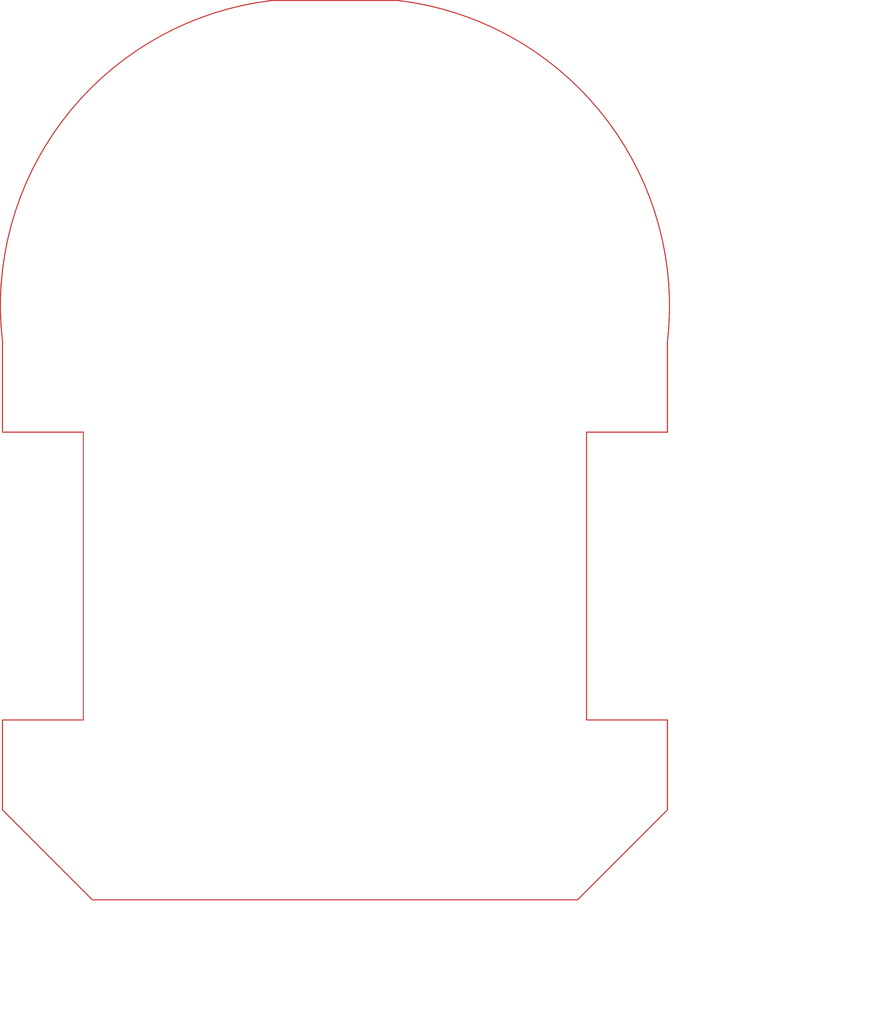
<source format=kicad_pcb>
(kicad_pcb (version 4) (host pcbnew 4.0.2-stable)

  (general
    (links 0)
    (no_connects 0)
    (area 187.395509 -195.722325 303.10867 -79.509955)
    (thickness 1.6)
    (drawings 2)
    (tracks 629)
    (zones 0)
    (modules 0)
    (nets 1)
  )

  (page A4)
  (layers
    (0 F.Cu signal)
    (31 B.Cu signal)
    (32 B.Adhes user)
    (33 F.Adhes user)
    (34 B.Paste user)
    (35 F.Paste user)
    (36 B.SilkS user)
    (37 F.SilkS user)
    (38 B.Mask user)
    (39 F.Mask user)
    (40 Dwgs.User user)
    (41 Cmts.User user)
    (42 Eco1.User user)
    (43 Eco2.User user)
    (44 Edge.Cuts user)
    (45 Margin user)
    (46 B.CrtYd user)
    (47 F.CrtYd user)
    (48 B.Fab user)
    (49 F.Fab user)
  )

  (setup
    (last_trace_width 0.25)
    (trace_clearance 0.2)
    (zone_clearance 0.508)
    (zone_45_only no)
    (trace_min 0.2)
    (segment_width 0.2)
    (edge_width 0.15)
    (via_size 0.6)
    (via_drill 0.4)
    (via_min_size 0.4)
    (via_min_drill 0.3)
    (uvia_size 0.3)
    (uvia_drill 0.1)
    (uvias_allowed no)
    (uvia_min_size 0.2)
    (uvia_min_drill 0.1)
    (pcb_text_width 0.3)
    (pcb_text_size 1.5 1.5)
    (mod_edge_width 0.15)
    (mod_text_size 1 1)
    (mod_text_width 0.15)
    (pad_size 1.524 1.524)
    (pad_drill 0.762)
    (pad_to_mask_clearance 0.2)
    (aux_axis_origin 0 0)
    (visible_elements FFFFFF7F)
    (pcbplotparams
      (layerselection 0x00030_80000001)
      (usegerberextensions false)
      (excludeedgelayer true)
      (linewidth 0.100000)
      (plotframeref false)
      (viasonmask false)
      (mode 1)
      (useauxorigin false)
      (hpglpennumber 1)
      (hpglpenspeed 20)
      (hpglpendiameter 15)
      (hpglpenoverlay 2)
      (psnegative false)
      (psa4output false)
      (plotreference true)
      (plotvalue true)
      (plotinvisibletext false)
      (padsonsilk false)
      (subtractmaskfromsilk false)
      (outputformat 1)
      (mirror false)
      (drillshape 1)
      (scaleselection 1)
      (outputdirectory ""))
  )

  (net 0 "")

  (net_class Default "Esta es la clase de red por defecto."
    (clearance 0.2)
    (trace_width 0.25)
    (via_dia 0.6)
    (via_drill 0.4)
    (uvia_dia 0.3)
    (uvia_drill 0.1)
  )

  (dimension 100 (width 0.3) (layer Dwgs.User)
    (gr_text 100.000mm (at 283.85 -145 270) (layer Dwgs.User)
      (effects (font (size 1.5 1.5) (thickness 0.3)))
    )
    (feature1 (pts (xy 227.5 -95) (xy 285.2 -95)))
    (feature2 (pts (xy 227.5 -195) (xy 285.2 -195)))
    (crossbar (pts (xy 282.5 -195) (xy 282.5 -95)))
    (arrow1a (pts (xy 282.5 -95) (xy 281.913579 -96.126504)))
    (arrow1b (pts (xy 282.5 -95) (xy 283.086421 -96.126504)))
    (arrow2a (pts (xy 282.5 -195) (xy 281.913579 -193.873496)))
    (arrow2b (pts (xy 282.5 -195) (xy 283.086421 -193.873496)))
  )
  (dimension 74.20027 (width 0.3) (layer Dwgs.User)
    (gr_text 74.200mm (at 224.9931 -80.959951 0.1544356894) (layer Dwgs.User)
      (effects (font (size 1.5 1.5) (thickness 0.3)))
    )
    (feature1 (pts (xy 262 -115.6) (xy 262.096739 -79.709956)))
    (feature2 (pts (xy 187.8 -115.4) (xy 187.896739 -79.509956)))
    (crossbar (pts (xy 187.889461 -82.209946) (xy 262.089461 -82.409946)))
    (arrow1a (pts (xy 262.089461 -82.409946) (xy 260.964542 -81.820491)))
    (arrow1b (pts (xy 262.089461 -82.409946) (xy 260.961381 -82.993328)))
    (arrow2a (pts (xy 187.889461 -82.209946) (xy 189.017541 -81.626564)))
    (arrow2b (pts (xy 187.889461 -82.209946) (xy 189.01438 -82.799401)))
  )

  (segment (start 187.8711 -105.30332) (end 197.87108 -95.30334) (width 0.09906) (layer F.Cu) (net 0))
  (segment (start 197.87108 -95.30334) (end 251.87148 -95.30334) (width 0.09906) (layer F.Cu) (net 0))
  (segment (start 251.87148 -95.30334) (end 261.87146 -105.30332) (width 0.09906) (layer F.Cu) (net 0))
  (segment (start 261.87146 -105.30332) (end 261.87146 -115.3033) (width 0.09906) (layer F.Cu) (net 0))
  (segment (start 261.87146 -115.3033) (end 252.8697 -115.3033) (width 0.09906) (layer F.Cu) (net 0))
  (segment (start 252.8697 -115.3033) (end 252.8697 -147.30476) (width 0.09906) (layer F.Cu) (net 0))
  (segment (start 252.8697 -147.30476) (end 261.87146 -147.30476) (width 0.09906) (layer F.Cu) (net 0))
  (segment (start 261.87146 -147.30476) (end 261.87146 -157.30474) (width 0.09906) (layer F.Cu) (net 0))
  (segment (start 261.87146 -157.30474) (end 261.87146 -147.30476) (width 0.09906) (layer F.Cu) (net 0))
  (segment (start 261.87146 -147.30476) (end 252.8697 -147.30476) (width 0.09906) (layer F.Cu) (net 0))
  (segment (start 252.8697 -147.30476) (end 252.8697 -115.3033) (width 0.09906) (layer F.Cu) (net 0))
  (segment (start 252.8697 -115.3033) (end 261.87146 -115.3033) (width 0.09906) (layer F.Cu) (net 0))
  (segment (start 261.87146 -115.3033) (end 261.87146 -105.30332) (width 0.09906) (layer F.Cu) (net 0))
  (segment (start 261.87146 -105.30332) (end 251.87148 -95.30334) (width 0.09906) (layer F.Cu) (net 0))
  (segment (start 251.87148 -95.30334) (end 197.87108 -95.30334) (width 0.09906) (layer F.Cu) (net 0))
  (segment (start 197.87108 -95.30334) (end 187.8711 -105.30332) (width 0.09906) (layer F.Cu) (net 0))
  (segment (start 187.8711 -105.30332) (end 187.8711 -115.3033) (width 0.09906) (layer F.Cu) (net 0))
  (segment (start 187.8711 -115.3033) (end 196.87032 -115.3033) (width 0.09906) (layer F.Cu) (net 0))
  (segment (start 196.87032 -115.3033) (end 196.87032 -147.30476) (width 0.09906) (layer F.Cu) (net 0))
  (segment (start 196.87032 -147.30476) (end 187.8711 -147.30476) (width 0.09906) (layer F.Cu) (net 0))
  (segment (start 187.8711 -147.42476) (end 187.8711 -157.42474) (width 0.09906) (layer F.Cu) (net 0))
  (segment (start 187.8711 -157.42474) (end 187.8711 -147.42476) (width 0.09906) (layer F.Cu) (net 0))
  (segment (start 187.8711 -147.30476) (end 196.87032 -147.30476) (width 0.09906) (layer F.Cu) (net 0))
  (segment (start 196.87032 -147.30476) (end 196.87032 -115.3033) (width 0.09906) (layer F.Cu) (net 0))
  (segment (start 196.87032 -115.3033) (end 187.8711 -115.3033) (width 0.09906) (layer F.Cu) (net 0))
  (segment (start 187.8711 -115.3033) (end 187.8711 -105.30332) (width 0.09906) (layer F.Cu) (net 0))
  (segment (start 187.8711 -157.42474) (end 187.72124 -159.0478) (width 0.09906) (layer F.Cu) (net 0))
  (segment (start 187.72124 -159.0478) (end 187.64504 -160.67594) (width 0.09906) (layer F.Cu) (net 0))
  (segment (start 187.64504 -160.67594) (end 187.64758 -162.30408) (width 0.09906) (layer F.Cu) (net 0))
  (segment (start 187.64758 -162.30408) (end 187.72886 -163.93222) (width 0.09906) (layer F.Cu) (net 0))
  (segment (start 187.72886 -163.81222) (end 187.88634 -165.43274) (width 0.09906) (layer F.Cu) (net 0))
  (segment (start 187.88634 -165.43274) (end 188.12256 -167.04564) (width 0.09906) (layer F.Cu) (net 0))
  (segment (start 188.12256 -167.04564) (end 188.43244 -168.64584) (width 0.09906) (layer F.Cu) (net 0))
  (segment (start 188.43244 -168.64584) (end 188.82106 -170.22826) (width 0.09906) (layer F.Cu) (net 0))
  (segment (start 188.82106 -170.22826) (end 189.28334 -171.79036) (width 0.09906) (layer F.Cu) (net 0))
  (segment (start 189.28334 -171.79036) (end 189.81928 -173.3296) (width 0.09906) (layer F.Cu) (net 0))
  (segment (start 189.81928 -173.3296) (end 190.42634 -174.8409) (width 0.09906) (layer F.Cu) (net 0))
  (segment (start 190.42634 -174.8409) (end 191.10706 -176.32172) (width 0.09906) (layer F.Cu) (net 0))
  (segment (start 191.10706 -176.32172) (end 191.85636 -177.76952) (width 0.09906) (layer F.Cu) (net 0))
  (segment (start 191.85636 -177.76952) (end 192.67424 -179.17922) (width 0.09906) (layer F.Cu) (net 0))
  (segment (start 192.67424 -179.17922) (end 193.55816 -180.54828) (width 0.09906) (layer F.Cu) (net 0))
  (segment (start 193.55816 -180.54828) (end 194.50558 -181.87162) (width 0.09906) (layer F.Cu) (net 0))
  (segment (start 194.50558 -181.87162) (end 195.51396 -183.15178) (width 0.09906) (layer F.Cu) (net 0))
  (segment (start 195.51396 -183.15178) (end 196.5833 -184.38114) (width 0.09906) (layer F.Cu) (net 0))
  (segment (start 196.5833 -184.38114) (end 197.71106 -185.55716) (width 0.09906) (layer F.Cu) (net 0))
  (segment (start 197.71106 -185.55716) (end 198.89216 -186.67984) (width 0.09906) (layer F.Cu) (net 0))
  (segment (start 198.89216 -186.67984) (end 200.12406 -187.7441) (width 0.09906) (layer F.Cu) (net 0))
  (segment (start 200.12406 -187.7441) (end 201.40676 -188.74994) (width 0.09906) (layer F.Cu) (net 0))
  (segment (start 201.40676 -188.74994) (end 202.73772 -189.69228) (width 0.09906) (layer F.Cu) (net 0))
  (segment (start 202.73772 -189.69228) (end 204.10932 -190.57112) (width 0.09906) (layer F.Cu) (net 0))
  (segment (start 204.10932 -190.57112) (end 205.52156 -191.38392) (width 0.09906) (layer F.Cu) (net 0))
  (segment (start 205.52156 -191.38392) (end 206.9719 -192.1256) (width 0.09906) (layer F.Cu) (net 0))
  (segment (start 206.9719 -192.1256) (end 208.45526 -192.80124) (width 0.09906) (layer F.Cu) (net 0))
  (segment (start 208.45526 -192.80124) (end 209.9691 -193.40322) (width 0.09906) (layer F.Cu) (net 0))
  (segment (start 209.9691 -193.40322) (end 211.50834 -193.93408) (width 0.09906) (layer F.Cu) (net 0))
  (segment (start 211.50834 -193.93408) (end 213.07298 -194.38874) (width 0.09906) (layer F.Cu) (net 0))
  (segment (start 213.07298 -194.38874) (end 214.65794 -194.76974) (width 0.09906) (layer F.Cu) (net 0))
  (segment (start 214.65794 -194.76974) (end 216.25814 -195.07708) (width 0.09906) (layer F.Cu) (net 0))
  (segment (start 216.25814 -195.07708) (end 217.87104 -195.30568) (width 0.09906) (layer F.Cu) (net 0))
  (segment (start 217.87104 -195.30314) (end 231.87152 -195.30314) (width 0.09906) (layer F.Cu) (net 0))
  (segment (start 231.87152 -195.30314) (end 217.87104 -195.30314) (width 0.09906) (layer F.Cu) (net 0))
  (segment (start 217.87104 -195.30568) (end 216.25814 -195.07708) (width 0.09906) (layer F.Cu) (net 0))
  (segment (start 216.25814 -195.07708) (end 214.65794 -194.76974) (width 0.09906) (layer F.Cu) (net 0))
  (segment (start 214.65794 -194.76974) (end 213.07298 -194.38874) (width 0.09906) (layer F.Cu) (net 0))
  (segment (start 213.07298 -194.38874) (end 211.50834 -193.93408) (width 0.09906) (layer F.Cu) (net 0))
  (segment (start 211.50834 -193.93408) (end 209.9691 -193.40322) (width 0.09906) (layer F.Cu) (net 0))
  (segment (start 209.9691 -193.40322) (end 208.45526 -192.80124) (width 0.09906) (layer F.Cu) (net 0))
  (segment (start 208.45526 -192.80124) (end 206.9719 -192.1256) (width 0.09906) (layer F.Cu) (net 0))
  (segment (start 206.9719 -192.1256) (end 205.52156 -191.38392) (width 0.09906) (layer F.Cu) (net 0))
  (segment (start 205.52156 -191.38392) (end 204.10932 -190.57112) (width 0.09906) (layer F.Cu) (net 0))
  (segment (start 204.10932 -190.57112) (end 202.73772 -189.69228) (width 0.09906) (layer F.Cu) (net 0))
  (segment (start 202.73772 -189.69228) (end 201.40676 -188.74994) (width 0.09906) (layer F.Cu) (net 0))
  (segment (start 201.40676 -188.74994) (end 200.12406 -187.7441) (width 0.09906) (layer F.Cu) (net 0))
  (segment (start 200.12406 -187.7441) (end 198.89216 -186.67984) (width 0.09906) (layer F.Cu) (net 0))
  (segment (start 198.89216 -186.67984) (end 197.71106 -185.55716) (width 0.09906) (layer F.Cu) (net 0))
  (segment (start 197.71106 -185.55716) (end 196.5833 -184.38114) (width 0.09906) (layer F.Cu) (net 0))
  (segment (start 196.5833 -184.38114) (end 195.51396 -183.15178) (width 0.09906) (layer F.Cu) (net 0))
  (segment (start 195.51396 -183.15178) (end 194.50558 -181.87162) (width 0.09906) (layer F.Cu) (net 0))
  (segment (start 194.50558 -181.87162) (end 193.55816 -180.54828) (width 0.09906) (layer F.Cu) (net 0))
  (segment (start 193.55816 -180.54828) (end 192.67424 -179.17922) (width 0.09906) (layer F.Cu) (net 0))
  (segment (start 192.67424 -179.17922) (end 191.85636 -177.76952) (width 0.09906) (layer F.Cu) (net 0))
  (segment (start 191.85636 -177.76952) (end 191.10706 -176.32172) (width 0.09906) (layer F.Cu) (net 0))
  (segment (start 191.10706 -176.32172) (end 190.42634 -174.8409) (width 0.09906) (layer F.Cu) (net 0))
  (segment (start 190.42634 -174.8409) (end 189.81928 -173.3296) (width 0.09906) (layer F.Cu) (net 0))
  (segment (start 189.81928 -173.3296) (end 189.28334 -171.79036) (width 0.09906) (layer F.Cu) (net 0))
  (segment (start 189.28334 -171.79036) (end 188.82106 -170.22826) (width 0.09906) (layer F.Cu) (net 0))
  (segment (start 188.82106 -170.22826) (end 188.43244 -168.64584) (width 0.09906) (layer F.Cu) (net 0))
  (segment (start 188.43244 -168.64584) (end 188.12256 -167.04564) (width 0.09906) (layer F.Cu) (net 0))
  (segment (start 188.12256 -167.04564) (end 187.88634 -165.43274) (width 0.09906) (layer F.Cu) (net 0))
  (segment (start 187.88634 -165.43274) (end 187.72886 -163.81222) (width 0.09906) (layer F.Cu) (net 0))
  (segment (start 187.72886 -163.93222) (end 187.64758 -162.30408) (width 0.09906) (layer F.Cu) (net 0))
  (segment (start 187.64758 -162.30408) (end 187.64504 -160.67594) (width 0.09906) (layer F.Cu) (net 0))
  (segment (start 187.64504 -160.67594) (end 187.72124 -159.0478) (width 0.09906) (layer F.Cu) (net 0))
  (segment (start 187.72124 -159.0478) (end 187.8711 -157.42474) (width 0.09906) (layer F.Cu) (net 0))
  (segment (start 231.87152 -195.30568) (end 233.48442 -195.07708) (width 0.09906) (layer F.Cu) (net 0))
  (segment (start 233.48442 -195.07708) (end 235.08462 -194.76974) (width 0.09906) (layer F.Cu) (net 0))
  (segment (start 235.08462 -194.76974) (end 236.66958 -194.38874) (width 0.09906) (layer F.Cu) (net 0))
  (segment (start 236.66958 -194.38874) (end 238.23422 -193.93408) (width 0.09906) (layer F.Cu) (net 0))
  (segment (start 238.23422 -193.93408) (end 239.77346 -193.40322) (width 0.09906) (layer F.Cu) (net 0))
  (segment (start 239.77346 -193.40322) (end 241.2873 -192.80124) (width 0.09906) (layer F.Cu) (net 0))
  (segment (start 241.2873 -192.80124) (end 242.77066 -192.1256) (width 0.09906) (layer F.Cu) (net 0))
  (segment (start 242.77066 -192.1256) (end 244.221 -191.38392) (width 0.09906) (layer F.Cu) (net 0))
  (segment (start 244.221 -191.38392) (end 245.63324 -190.57112) (width 0.09906) (layer F.Cu) (net 0))
  (segment (start 245.63324 -190.57112) (end 247.00484 -189.69228) (width 0.09906) (layer F.Cu) (net 0))
  (segment (start 247.00484 -189.69228) (end 248.3358 -188.74994) (width 0.09906) (layer F.Cu) (net 0))
  (segment (start 248.3358 -188.74994) (end 249.6185 -187.7441) (width 0.09906) (layer F.Cu) (net 0))
  (segment (start 249.6185 -187.7441) (end 250.8504 -186.67984) (width 0.09906) (layer F.Cu) (net 0))
  (segment (start 250.8504 -186.67984) (end 252.0315 -185.55716) (width 0.09906) (layer F.Cu) (net 0))
  (segment (start 252.0315 -185.55716) (end 253.15926 -184.38114) (width 0.09906) (layer F.Cu) (net 0))
  (segment (start 253.15926 -184.38114) (end 254.2286 -183.15178) (width 0.09906) (layer F.Cu) (net 0))
  (segment (start 254.2286 -183.15178) (end 255.23698 -181.87162) (width 0.09906) (layer F.Cu) (net 0))
  (segment (start 255.23698 -181.87162) (end 256.1844 -180.54828) (width 0.09906) (layer F.Cu) (net 0))
  (segment (start 256.1844 -180.54828) (end 257.06832 -179.17922) (width 0.09906) (layer F.Cu) (net 0))
  (segment (start 257.06832 -179.17922) (end 257.8862 -177.76952) (width 0.09906) (layer F.Cu) (net 0))
  (segment (start 257.8862 -177.76952) (end 258.6355 -176.32172) (width 0.09906) (layer F.Cu) (net 0))
  (segment (start 258.6355 -176.32172) (end 259.31622 -174.8409) (width 0.09906) (layer F.Cu) (net 0))
  (segment (start 259.31622 -174.8409) (end 259.92328 -173.3296) (width 0.09906) (layer F.Cu) (net 0))
  (segment (start 259.92328 -173.3296) (end 260.45922 -171.79036) (width 0.09906) (layer F.Cu) (net 0))
  (segment (start 260.45922 -171.79036) (end 260.9215 -170.22826) (width 0.09906) (layer F.Cu) (net 0))
  (segment (start 260.9215 -170.22826) (end 261.31012 -168.64584) (width 0.09906) (layer F.Cu) (net 0))
  (segment (start 261.31012 -168.64584) (end 261.62 -167.04564) (width 0.09906) (layer F.Cu) (net 0))
  (segment (start 261.62 -167.04564) (end 261.85622 -165.43274) (width 0.09906) (layer F.Cu) (net 0))
  (segment (start 261.85622 -165.43274) (end 262.0137 -163.81222) (width 0.09906) (layer F.Cu) (net 0))
  (segment (start 262.0137 -163.81222) (end 262.09498 -162.18408) (width 0.09906) (layer F.Cu) (net 0))
  (segment (start 262.09498 -162.18408) (end 262.09752 -160.55594) (width 0.09906) (layer F.Cu) (net 0))
  (segment (start 262.09752 -160.55594) (end 262.02132 -158.9278) (width 0.09906) (layer F.Cu) (net 0))
  (segment (start 262.02132 -158.9278) (end 261.87146 -157.30474) (width 0.09906) (layer F.Cu) (net 0))
  (segment (start 261.87146 -157.30474) (end 262.02132 -158.9278) (width 0.09906) (layer F.Cu) (net 0))
  (segment (start 262.02132 -158.9278) (end 262.09752 -160.55594) (width 0.09906) (layer F.Cu) (net 0))
  (segment (start 262.09752 -160.55594) (end 262.09498 -162.18408) (width 0.09906) (layer F.Cu) (net 0))
  (segment (start 262.09498 -162.18408) (end 262.0137 -163.81222) (width 0.09906) (layer F.Cu) (net 0))
  (segment (start 262.0137 -163.81222) (end 261.85622 -165.43274) (width 0.09906) (layer F.Cu) (net 0))
  (segment (start 261.85622 -165.43274) (end 261.62 -167.04564) (width 0.09906) (layer F.Cu) (net 0))
  (segment (start 261.62 -167.04564) (end 261.31012 -168.64584) (width 0.09906) (layer F.Cu) (net 0))
  (segment (start 261.31012 -168.64584) (end 260.9215 -170.22826) (width 0.09906) (layer F.Cu) (net 0))
  (segment (start 260.9215 -170.22826) (end 260.45922 -171.79036) (width 0.09906) (layer F.Cu) (net 0))
  (segment (start 260.45922 -171.79036) (end 259.92328 -173.3296) (width 0.09906) (layer F.Cu) (net 0))
  (segment (start 259.92328 -173.3296) (end 259.31622 -174.8409) (width 0.09906) (layer F.Cu) (net 0))
  (segment (start 259.31622 -174.8409) (end 258.6355 -176.32172) (width 0.09906) (layer F.Cu) (net 0))
  (segment (start 258.6355 -176.32172) (end 257.8862 -177.76952) (width 0.09906) (layer F.Cu) (net 0))
  (segment (start 257.8862 -177.76952) (end 257.06832 -179.17922) (width 0.09906) (layer F.Cu) (net 0))
  (segment (start 257.06832 -179.17922) (end 256.1844 -180.54828) (width 0.09906) (layer F.Cu) (net 0))
  (segment (start 256.1844 -180.54828) (end 255.23698 -181.87162) (width 0.09906) (layer F.Cu) (net 0))
  (segment (start 255.23698 -181.87162) (end 254.2286 -183.15178) (width 0.09906) (layer F.Cu) (net 0))
  (segment (start 254.2286 -183.15178) (end 253.15926 -184.38114) (width 0.09906) (layer F.Cu) (net 0))
  (segment (start 253.15926 -184.38114) (end 252.0315 -185.55716) (width 0.09906) (layer F.Cu) (net 0))
  (segment (start 252.0315 -185.55716) (end 250.8504 -186.67984) (width 0.09906) (layer F.Cu) (net 0))
  (segment (start 250.8504 -186.67984) (end 249.6185 -187.7441) (width 0.09906) (layer F.Cu) (net 0))
  (segment (start 249.6185 -187.7441) (end 248.3358 -188.74994) (width 0.09906) (layer F.Cu) (net 0))
  (segment (start 248.3358 -188.74994) (end 247.00484 -189.69228) (width 0.09906) (layer F.Cu) (net 0))
  (segment (start 247.00484 -189.69228) (end 245.63324 -190.57112) (width 0.09906) (layer F.Cu) (net 0))
  (segment (start 245.63324 -190.57112) (end 244.221 -191.38392) (width 0.09906) (layer F.Cu) (net 0))
  (segment (start 244.221 -191.38392) (end 242.77066 -192.1256) (width 0.09906) (layer F.Cu) (net 0))
  (segment (start 242.77066 -192.1256) (end 241.2873 -192.80124) (width 0.09906) (layer F.Cu) (net 0))
  (segment (start 241.2873 -192.80124) (end 239.77346 -193.40322) (width 0.09906) (layer F.Cu) (net 0))
  (segment (start 239.77346 -193.40322) (end 238.23422 -193.93408) (width 0.09906) (layer F.Cu) (net 0))
  (segment (start 238.23422 -193.93408) (end 236.66958 -194.38874) (width 0.09906) (layer F.Cu) (net 0))
  (segment (start 236.66958 -194.38874) (end 235.08462 -194.76974) (width 0.09906) (layer F.Cu) (net 0))
  (segment (start 235.08462 -194.76974) (end 233.48442 -195.07708) (width 0.09906) (layer F.Cu) (net 0))
  (segment (start 233.48442 -195.07708) (end 231.87152 -195.30568) (width 0.09906) (layer F.Cu) (net 0))
  (segment (start 238.57712 -140.30452) (end 238.5822 -140.4112) (width 0) (layer F.Cu) (net 0))
  (segment (start 238.5822 -140.4112) (end 238.59744 -140.51788) (width 0) (layer F.Cu) (net 0))
  (segment (start 238.59744 -140.51788) (end 238.62284 -140.62202) (width 0) (layer F.Cu) (net 0))
  (segment (start 238.62284 -140.62202) (end 238.65586 -140.72362) (width 0) (layer F.Cu) (net 0))
  (segment (start 238.65586 -140.72362) (end 238.70158 -140.82014) (width 0) (layer F.Cu) (net 0))
  (segment (start 238.70158 -140.82014) (end 238.75238 -140.91412) (width 0) (layer F.Cu) (net 0))
  (segment (start 238.75238 -140.91412) (end 238.81588 -141.00302) (width 0) (layer F.Cu) (net 0))
  (segment (start 238.81588 -141.00302) (end 238.88446 -141.0843) (width 0) (layer F.Cu) (net 0))
  (segment (start 238.88446 -141.0843) (end 238.96066 -141.15796) (width 0) (layer F.Cu) (net 0))
  (segment (start 238.96066 -141.15796) (end 239.04448 -141.22654) (width 0) (layer F.Cu) (net 0))
  (segment (start 239.04448 -141.22654) (end 239.13338 -141.28496) (width 0) (layer F.Cu) (net 0))
  (segment (start 239.13338 -141.28496) (end 239.22736 -141.33576) (width 0) (layer F.Cu) (net 0))
  (segment (start 239.22736 -141.33576) (end 239.32642 -141.3764) (width 0) (layer F.Cu) (net 0))
  (segment (start 239.32642 -141.3764) (end 239.42802 -141.40942) (width 0) (layer F.Cu) (net 0))
  (segment (start 239.42802 -141.40942) (end 239.53216 -141.43228) (width 0) (layer F.Cu) (net 0))
  (segment (start 239.53216 -141.43228) (end 239.63884 -141.44498) (width 0) (layer F.Cu) (net 0))
  (segment (start 239.63884 -141.44498) (end 239.74806 -141.44752) (width 0) (layer F.Cu) (net 0))
  (segment (start 239.74806 -141.44752) (end 239.85474 -141.4399) (width 0) (layer F.Cu) (net 0))
  (segment (start 239.85474 -141.4399) (end 239.95888 -141.42212) (width 0) (layer F.Cu) (net 0))
  (segment (start 239.95888 -141.42212) (end 240.06302 -141.39418) (width 0) (layer F.Cu) (net 0))
  (segment (start 240.06302 -141.39418) (end 240.16462 -141.35862) (width 0) (layer F.Cu) (net 0))
  (segment (start 240.16462 -141.35862) (end 240.26114 -141.3129) (width 0) (layer F.Cu) (net 0))
  (segment (start 240.26114 -141.3129) (end 240.35258 -141.25702) (width 0) (layer F.Cu) (net 0))
  (segment (start 240.35258 -141.25702) (end 240.43894 -141.19352) (width 0) (layer F.Cu) (net 0))
  (segment (start 240.43894 -141.19352) (end 240.51768 -141.1224) (width 0) (layer F.Cu) (net 0))
  (segment (start 240.51768 -141.1224) (end 240.59134 -141.04366) (width 0) (layer F.Cu) (net 0))
  (segment (start 240.59134 -141.04366) (end 240.65738 -140.95984) (width 0) (layer F.Cu) (net 0))
  (segment (start 240.65738 -140.95984) (end 240.71326 -140.8684) (width 0) (layer F.Cu) (net 0))
  (segment (start 240.71326 -140.8684) (end 240.76406 -140.77188) (width 0) (layer F.Cu) (net 0))
  (segment (start 240.76406 -140.77188) (end 240.80216 -140.67282) (width 0) (layer F.Cu) (net 0))
  (segment (start 240.80216 -140.67282) (end 240.83264 -140.57122) (width 0) (layer F.Cu) (net 0))
  (segment (start 240.83264 -140.57122) (end 240.85296 -140.46454) (width 0) (layer F.Cu) (net 0))
  (segment (start 240.85296 -140.46454) (end 240.86312 -140.35786) (width 0) (layer F.Cu) (net 0))
  (segment (start 240.86312 -140.35786) (end 240.86312 -140.25118) (width 0) (layer F.Cu) (net 0))
  (segment (start 240.86312 -140.25118) (end 240.85296 -140.1445) (width 0) (layer F.Cu) (net 0))
  (segment (start 240.85296 -140.1445) (end 240.83264 -140.03782) (width 0) (layer F.Cu) (net 0))
  (segment (start 240.83264 -140.03782) (end 240.80216 -139.93622) (width 0) (layer F.Cu) (net 0))
  (segment (start 240.80216 -139.93622) (end 240.76406 -139.83716) (width 0) (layer F.Cu) (net 0))
  (segment (start 240.76406 -139.83716) (end 240.71326 -139.74064) (width 0) (layer F.Cu) (net 0))
  (segment (start 240.71326 -139.74064) (end 240.65738 -139.6492) (width 0) (layer F.Cu) (net 0))
  (segment (start 240.65738 -139.6492) (end 240.59134 -139.56538) (width 0) (layer F.Cu) (net 0))
  (segment (start 240.59134 -139.56538) (end 240.51768 -139.48664) (width 0) (layer F.Cu) (net 0))
  (segment (start 240.51768 -139.48664) (end 240.43894 -139.41552) (width 0) (layer F.Cu) (net 0))
  (segment (start 240.43894 -139.41552) (end 240.35258 -139.35202) (width 0) (layer F.Cu) (net 0))
  (segment (start 240.35258 -139.35202) (end 240.26114 -139.29614) (width 0) (layer F.Cu) (net 0))
  (segment (start 240.26114 -139.29614) (end 240.16462 -139.25042) (width 0) (layer F.Cu) (net 0))
  (segment (start 240.16462 -139.25042) (end 240.06302 -139.21486) (width 0) (layer F.Cu) (net 0))
  (segment (start 240.06302 -139.21486) (end 239.95888 -139.18692) (width 0) (layer F.Cu) (net 0))
  (segment (start 239.95888 -139.18692) (end 239.85474 -139.16914) (width 0) (layer F.Cu) (net 0))
  (segment (start 239.85474 -139.16914) (end 239.74806 -139.16152) (width 0) (layer F.Cu) (net 0))
  (segment (start 239.74806 -139.16152) (end 239.63884 -139.16406) (width 0) (layer F.Cu) (net 0))
  (segment (start 239.63884 -139.16406) (end 239.53216 -139.17676) (width 0) (layer F.Cu) (net 0))
  (segment (start 239.53216 -139.17676) (end 239.42802 -139.19962) (width 0) (layer F.Cu) (net 0))
  (segment (start 239.42802 -139.19962) (end 239.32642 -139.23264) (width 0) (layer F.Cu) (net 0))
  (segment (start 239.32642 -139.23264) (end 239.22736 -139.27328) (width 0) (layer F.Cu) (net 0))
  (segment (start 239.22736 -139.27328) (end 239.13338 -139.32408) (width 0) (layer F.Cu) (net 0))
  (segment (start 239.13338 -139.32408) (end 239.04448 -139.3825) (width 0) (layer F.Cu) (net 0))
  (segment (start 239.04448 -139.3825) (end 238.96066 -139.45108) (width 0) (layer F.Cu) (net 0))
  (segment (start 238.96066 -139.45108) (end 238.88446 -139.52474) (width 0) (layer F.Cu) (net 0))
  (segment (start 238.88446 -139.52474) (end 238.81588 -139.60602) (width 0) (layer F.Cu) (net 0))
  (segment (start 238.81588 -139.60602) (end 238.75238 -139.69492) (width 0) (layer F.Cu) (net 0))
  (segment (start 238.75238 -139.69492) (end 238.70158 -139.7889) (width 0) (layer F.Cu) (net 0))
  (segment (start 238.70158 -139.7889) (end 238.65586 -139.88542) (width 0) (layer F.Cu) (net 0))
  (segment (start 238.65586 -139.88542) (end 238.62284 -139.98702) (width 0) (layer F.Cu) (net 0))
  (segment (start 238.62284 -139.98702) (end 238.59744 -140.09116) (width 0) (layer F.Cu) (net 0))
  (segment (start 238.59744 -140.09116) (end 238.5822 -140.19784) (width 0) (layer F.Cu) (net 0))
  (segment (start 238.5822 -140.19784) (end 238.57712 -140.30452) (width 0) (layer F.Cu) (net 0))
  (segment (start 238.57712 -140.30452) (end 238.5822 -140.4112) (width 0) (layer F.Cu) (net 0))
  (segment (start 238.5822 -140.4112) (end 238.59744 -140.51788) (width 0) (layer F.Cu) (net 0))
  (segment (start 238.59744 -140.51788) (end 238.62284 -140.62202) (width 0) (layer F.Cu) (net 0))
  (segment (start 238.62284 -140.62202) (end 238.65586 -140.72362) (width 0) (layer F.Cu) (net 0))
  (segment (start 238.65586 -140.72362) (end 238.70158 -140.82014) (width 0) (layer F.Cu) (net 0))
  (segment (start 238.70158 -140.82014) (end 238.75238 -140.91412) (width 0) (layer F.Cu) (net 0))
  (segment (start 238.75238 -140.91412) (end 238.81588 -141.00302) (width 0) (layer F.Cu) (net 0))
  (segment (start 238.81588 -141.00302) (end 238.88446 -141.0843) (width 0) (layer F.Cu) (net 0))
  (segment (start 238.88446 -141.0843) (end 238.96066 -141.15796) (width 0) (layer F.Cu) (net 0))
  (segment (start 238.96066 -141.15796) (end 239.04448 -141.22654) (width 0) (layer F.Cu) (net 0))
  (segment (start 239.04448 -141.22654) (end 239.13338 -141.28496) (width 0) (layer F.Cu) (net 0))
  (segment (start 239.13338 -141.28496) (end 239.22736 -141.33576) (width 0) (layer F.Cu) (net 0))
  (segment (start 239.22736 -141.33576) (end 239.32642 -141.3764) (width 0) (layer F.Cu) (net 0))
  (segment (start 239.32642 -141.3764) (end 239.42802 -141.40942) (width 0) (layer F.Cu) (net 0))
  (segment (start 239.42802 -141.40942) (end 239.53216 -141.43228) (width 0) (layer F.Cu) (net 0))
  (segment (start 239.53216 -141.43228) (end 239.63884 -141.44498) (width 0) (layer F.Cu) (net 0))
  (segment (start 239.63884 -141.44498) (end 239.74806 -141.44752) (width 0) (layer F.Cu) (net 0))
  (segment (start 239.74806 -141.44752) (end 239.85474 -141.4399) (width 0) (layer F.Cu) (net 0))
  (segment (start 239.85474 -141.4399) (end 239.95888 -141.42212) (width 0) (layer F.Cu) (net 0))
  (segment (start 239.95888 -141.42212) (end 240.06302 -141.39418) (width 0) (layer F.Cu) (net 0))
  (segment (start 240.06302 -141.39418) (end 240.16462 -141.35862) (width 0) (layer F.Cu) (net 0))
  (segment (start 240.16462 -141.35862) (end 240.26114 -141.3129) (width 0) (layer F.Cu) (net 0))
  (segment (start 240.26114 -141.3129) (end 240.35258 -141.25702) (width 0) (layer F.Cu) (net 0))
  (segment (start 240.35258 -141.25702) (end 240.43894 -141.19352) (width 0) (layer F.Cu) (net 0))
  (segment (start 240.43894 -141.19352) (end 240.51768 -141.1224) (width 0) (layer F.Cu) (net 0))
  (segment (start 240.51768 -141.1224) (end 240.59134 -141.04366) (width 0) (layer F.Cu) (net 0))
  (segment (start 240.59134 -141.04366) (end 240.65738 -140.95984) (width 0) (layer F.Cu) (net 0))
  (segment (start 240.65738 -140.95984) (end 240.71326 -140.8684) (width 0) (layer F.Cu) (net 0))
  (segment (start 240.71326 -140.8684) (end 240.76406 -140.77188) (width 0) (layer F.Cu) (net 0))
  (segment (start 240.76406 -140.77188) (end 240.80216 -140.67282) (width 0) (layer F.Cu) (net 0))
  (segment (start 240.80216 -140.67282) (end 240.83264 -140.57122) (width 0) (layer F.Cu) (net 0))
  (segment (start 240.83264 -140.57122) (end 240.85296 -140.46454) (width 0) (layer F.Cu) (net 0))
  (segment (start 240.85296 -140.46454) (end 240.86312 -140.35786) (width 0) (layer F.Cu) (net 0))
  (segment (start 240.86312 -140.35786) (end 240.86312 -140.25118) (width 0) (layer F.Cu) (net 0))
  (segment (start 240.86312 -140.25118) (end 240.85296 -140.1445) (width 0) (layer F.Cu) (net 0))
  (segment (start 240.85296 -140.1445) (end 240.83264 -140.03782) (width 0) (layer F.Cu) (net 0))
  (segment (start 240.83264 -140.03782) (end 240.80216 -139.93622) (width 0) (layer F.Cu) (net 0))
  (segment (start 240.80216 -139.93622) (end 240.76406 -139.83716) (width 0) (layer F.Cu) (net 0))
  (segment (start 240.76406 -139.83716) (end 240.71326 -139.74064) (width 0) (layer F.Cu) (net 0))
  (segment (start 240.71326 -139.74064) (end 240.65738 -139.6492) (width 0) (layer F.Cu) (net 0))
  (segment (start 240.65738 -139.6492) (end 240.59134 -139.56538) (width 0) (layer F.Cu) (net 0))
  (segment (start 240.59134 -139.56538) (end 240.51768 -139.48664) (width 0) (layer F.Cu) (net 0))
  (segment (start 240.51768 -139.48664) (end 240.43894 -139.41552) (width 0) (layer F.Cu) (net 0))
  (segment (start 240.43894 -139.41552) (end 240.35258 -139.35202) (width 0) (layer F.Cu) (net 0))
  (segment (start 240.35258 -139.35202) (end 240.26114 -139.29614) (width 0) (layer F.Cu) (net 0))
  (segment (start 240.26114 -139.29614) (end 240.16462 -139.25042) (width 0) (layer F.Cu) (net 0))
  (segment (start 240.16462 -139.25042) (end 240.06302 -139.21486) (width 0) (layer F.Cu) (net 0))
  (segment (start 240.06302 -139.21486) (end 239.95888 -139.18692) (width 0) (layer F.Cu) (net 0))
  (segment (start 239.95888 -139.18692) (end 239.85474 -139.16914) (width 0) (layer F.Cu) (net 0))
  (segment (start 239.85474 -139.16914) (end 239.74806 -139.16152) (width 0) (layer F.Cu) (net 0))
  (segment (start 239.74806 -139.16152) (end 239.63884 -139.16406) (width 0) (layer F.Cu) (net 0))
  (segment (start 239.63884 -139.16406) (end 239.53216 -139.17676) (width 0) (layer F.Cu) (net 0))
  (segment (start 239.53216 -139.17676) (end 239.42802 -139.19962) (width 0) (layer F.Cu) (net 0))
  (segment (start 239.42802 -139.19962) (end 239.32642 -139.23264) (width 0) (layer F.Cu) (net 0))
  (segment (start 239.32642 -139.23264) (end 239.22736 -139.27328) (width 0) (layer F.Cu) (net 0))
  (segment (start 239.22736 -139.27328) (end 239.13338 -139.32408) (width 0) (layer F.Cu) (net 0))
  (segment (start 239.13338 -139.32408) (end 239.04448 -139.3825) (width 0) (layer F.Cu) (net 0))
  (segment (start 239.04448 -139.3825) (end 238.96066 -139.45108) (width 0) (layer F.Cu) (net 0))
  (segment (start 238.96066 -139.45108) (end 238.88446 -139.52474) (width 0) (layer F.Cu) (net 0))
  (segment (start 238.88446 -139.52474) (end 238.81588 -139.60602) (width 0) (layer F.Cu) (net 0))
  (segment (start 238.81588 -139.60602) (end 238.75238 -139.69492) (width 0) (layer F.Cu) (net 0))
  (segment (start 238.75238 -139.69492) (end 238.70158 -139.7889) (width 0) (layer F.Cu) (net 0))
  (segment (start 238.70158 -139.7889) (end 238.65586 -139.88542) (width 0) (layer F.Cu) (net 0))
  (segment (start 238.65586 -139.88542) (end 238.62284 -139.98702) (width 0) (layer F.Cu) (net 0))
  (segment (start 238.62284 -139.98702) (end 238.59744 -140.09116) (width 0) (layer F.Cu) (net 0))
  (segment (start 238.59744 -140.09116) (end 238.5822 -140.19784) (width 0) (layer F.Cu) (net 0))
  (segment (start 238.5822 -140.19784) (end 238.57712 -140.30452) (width 0) (layer F.Cu) (net 0))
  (segment (start 238.57712 -122.30354) (end 238.5822 -122.41022) (width 0) (layer F.Cu) (net 0))
  (segment (start 238.5822 -122.41022) (end 238.59744 -122.5169) (width 0) (layer F.Cu) (net 0))
  (segment (start 238.59744 -122.5169) (end 238.62284 -122.62104) (width 0) (layer F.Cu) (net 0))
  (segment (start 238.62284 -122.62104) (end 238.65586 -122.72264) (width 0) (layer F.Cu) (net 0))
  (segment (start 238.65586 -122.72264) (end 238.70158 -122.81916) (width 0) (layer F.Cu) (net 0))
  (segment (start 238.70158 -122.81916) (end 238.75238 -122.91314) (width 0) (layer F.Cu) (net 0))
  (segment (start 238.75238 -122.91314) (end 238.81588 -123.00204) (width 0) (layer F.Cu) (net 0))
  (segment (start 238.81588 -123.00204) (end 238.88446 -123.08332) (width 0) (layer F.Cu) (net 0))
  (segment (start 238.88446 -123.08332) (end 238.96066 -123.15698) (width 0) (layer F.Cu) (net 0))
  (segment (start 238.96066 -123.15698) (end 239.04448 -123.22556) (width 0) (layer F.Cu) (net 0))
  (segment (start 239.04448 -123.22556) (end 239.13338 -123.28398) (width 0) (layer F.Cu) (net 0))
  (segment (start 239.13338 -123.28398) (end 239.22736 -123.33478) (width 0) (layer F.Cu) (net 0))
  (segment (start 239.22736 -123.33478) (end 239.32642 -123.37542) (width 0) (layer F.Cu) (net 0))
  (segment (start 239.32642 -123.37542) (end 239.42802 -123.40844) (width 0) (layer F.Cu) (net 0))
  (segment (start 239.42802 -123.40844) (end 239.53216 -123.4313) (width 0) (layer F.Cu) (net 0))
  (segment (start 239.53216 -123.4313) (end 239.63884 -123.444) (width 0) (layer F.Cu) (net 0))
  (segment (start 239.63884 -123.444) (end 239.74806 -123.44654) (width 0) (layer F.Cu) (net 0))
  (segment (start 239.74806 -123.44654) (end 239.85474 -123.43892) (width 0) (layer F.Cu) (net 0))
  (segment (start 239.85474 -123.43892) (end 239.95888 -123.42114) (width 0) (layer F.Cu) (net 0))
  (segment (start 239.95888 -123.42114) (end 240.06302 -123.3932) (width 0) (layer F.Cu) (net 0))
  (segment (start 240.06302 -123.3932) (end 240.16462 -123.35764) (width 0) (layer F.Cu) (net 0))
  (segment (start 240.16462 -123.35764) (end 240.26114 -123.31192) (width 0) (layer F.Cu) (net 0))
  (segment (start 240.26114 -123.31192) (end 240.35258 -123.25604) (width 0) (layer F.Cu) (net 0))
  (segment (start 240.35258 -123.25604) (end 240.43894 -123.19254) (width 0) (layer F.Cu) (net 0))
  (segment (start 240.43894 -123.19254) (end 240.51768 -123.12142) (width 0) (layer F.Cu) (net 0))
  (segment (start 240.51768 -123.12142) (end 240.59134 -123.04268) (width 0) (layer F.Cu) (net 0))
  (segment (start 240.59134 -123.04268) (end 240.65738 -122.95886) (width 0) (layer F.Cu) (net 0))
  (segment (start 240.65738 -122.95886) (end 240.71326 -122.86742) (width 0) (layer F.Cu) (net 0))
  (segment (start 240.71326 -122.86742) (end 240.76406 -122.7709) (width 0) (layer F.Cu) (net 0))
  (segment (start 240.76406 -122.7709) (end 240.80216 -122.67184) (width 0) (layer F.Cu) (net 0))
  (segment (start 240.80216 -122.67184) (end 240.83264 -122.57024) (width 0) (layer F.Cu) (net 0))
  (segment (start 240.83264 -122.57024) (end 240.85296 -122.46356) (width 0) (layer F.Cu) (net 0))
  (segment (start 240.85296 -122.46356) (end 240.86312 -122.35688) (width 0) (layer F.Cu) (net 0))
  (segment (start 240.86312 -122.35688) (end 240.86312 -122.2502) (width 0) (layer F.Cu) (net 0))
  (segment (start 240.86312 -122.2502) (end 240.85296 -122.14352) (width 0) (layer F.Cu) (net 0))
  (segment (start 240.85296 -122.14352) (end 240.83264 -122.03684) (width 0) (layer F.Cu) (net 0))
  (segment (start 240.83264 -122.03684) (end 240.80216 -121.93524) (width 0) (layer F.Cu) (net 0))
  (segment (start 240.80216 -121.93524) (end 240.76406 -121.83618) (width 0) (layer F.Cu) (net 0))
  (segment (start 240.76406 -121.83618) (end 240.71326 -121.73966) (width 0) (layer F.Cu) (net 0))
  (segment (start 240.71326 -121.73966) (end 240.65738 -121.64822) (width 0) (layer F.Cu) (net 0))
  (segment (start 240.65738 -121.64822) (end 240.59134 -121.5644) (width 0) (layer F.Cu) (net 0))
  (segment (start 240.59134 -121.5644) (end 240.51768 -121.48566) (width 0) (layer F.Cu) (net 0))
  (segment (start 240.51768 -121.48566) (end 240.43894 -121.41454) (width 0) (layer F.Cu) (net 0))
  (segment (start 240.43894 -121.41454) (end 240.35258 -121.35104) (width 0) (layer F.Cu) (net 0))
  (segment (start 240.35258 -121.35104) (end 240.26114 -121.29516) (width 0) (layer F.Cu) (net 0))
  (segment (start 240.26114 -121.29516) (end 240.16462 -121.24944) (width 0) (layer F.Cu) (net 0))
  (segment (start 240.16462 -121.24944) (end 240.06302 -121.21388) (width 0) (layer F.Cu) (net 0))
  (segment (start 240.06302 -121.21388) (end 239.95888 -121.18594) (width 0) (layer F.Cu) (net 0))
  (segment (start 239.95888 -121.18594) (end 239.85474 -121.16816) (width 0) (layer F.Cu) (net 0))
  (segment (start 239.85474 -121.16816) (end 239.74806 -121.16054) (width 0) (layer F.Cu) (net 0))
  (segment (start 239.74806 -121.16054) (end 239.63884 -121.16308) (width 0) (layer F.Cu) (net 0))
  (segment (start 239.63884 -121.16308) (end 239.53216 -121.17578) (width 0) (layer F.Cu) (net 0))
  (segment (start 239.53216 -121.17578) (end 239.42802 -121.19864) (width 0) (layer F.Cu) (net 0))
  (segment (start 239.42802 -121.19864) (end 239.32642 -121.23166) (width 0) (layer F.Cu) (net 0))
  (segment (start 239.32642 -121.23166) (end 239.22736 -121.2723) (width 0) (layer F.Cu) (net 0))
  (segment (start 239.22736 -121.2723) (end 239.13338 -121.3231) (width 0) (layer F.Cu) (net 0))
  (segment (start 239.13338 -121.3231) (end 239.04448 -121.38152) (width 0) (layer F.Cu) (net 0))
  (segment (start 239.04448 -121.38152) (end 238.96066 -121.4501) (width 0) (layer F.Cu) (net 0))
  (segment (start 238.96066 -121.4501) (end 238.88446 -121.52376) (width 0) (layer F.Cu) (net 0))
  (segment (start 238.88446 -121.52376) (end 238.81588 -121.60504) (width 0) (layer F.Cu) (net 0))
  (segment (start 238.81588 -121.60504) (end 238.75238 -121.69394) (width 0) (layer F.Cu) (net 0))
  (segment (start 238.75238 -121.69394) (end 238.70158 -121.78792) (width 0) (layer F.Cu) (net 0))
  (segment (start 238.70158 -121.78792) (end 238.65586 -121.88444) (width 0) (layer F.Cu) (net 0))
  (segment (start 238.65586 -121.88444) (end 238.62284 -121.98604) (width 0) (layer F.Cu) (net 0))
  (segment (start 238.62284 -121.98604) (end 238.59744 -122.09018) (width 0) (layer F.Cu) (net 0))
  (segment (start 238.59744 -122.09018) (end 238.5822 -122.19686) (width 0) (layer F.Cu) (net 0))
  (segment (start 238.5822 -122.19686) (end 238.57712 -122.30354) (width 0) (layer F.Cu) (net 0))
  (segment (start 208.8769 -122.30354) (end 208.88198 -122.41022) (width 0) (layer F.Cu) (net 0))
  (segment (start 208.88198 -122.41022) (end 208.89722 -122.5169) (width 0) (layer F.Cu) (net 0))
  (segment (start 208.89722 -122.5169) (end 208.92262 -122.62104) (width 0) (layer F.Cu) (net 0))
  (segment (start 208.92262 -122.62104) (end 208.95564 -122.72264) (width 0) (layer F.Cu) (net 0))
  (segment (start 208.95564 -122.72264) (end 209.00136 -122.81916) (width 0) (layer F.Cu) (net 0))
  (segment (start 209.00136 -122.81916) (end 209.05216 -122.91314) (width 0) (layer F.Cu) (net 0))
  (segment (start 209.05216 -122.91314) (end 209.11566 -123.00204) (width 0) (layer F.Cu) (net 0))
  (segment (start 209.11566 -123.00204) (end 209.18424 -123.08332) (width 0) (layer F.Cu) (net 0))
  (segment (start 209.18424 -123.08332) (end 209.26044 -123.15698) (width 0) (layer F.Cu) (net 0))
  (segment (start 209.26044 -123.15698) (end 209.34426 -123.22556) (width 0) (layer F.Cu) (net 0))
  (segment (start 209.34426 -123.22556) (end 209.43316 -123.28398) (width 0) (layer F.Cu) (net 0))
  (segment (start 209.43316 -123.28398) (end 209.52714 -123.33478) (width 0) (layer F.Cu) (net 0))
  (segment (start 209.52714 -123.33478) (end 209.6262 -123.37542) (width 0) (layer F.Cu) (net 0))
  (segment (start 209.6262 -123.37542) (end 209.7278 -123.40844) (width 0) (layer F.Cu) (net 0))
  (segment (start 209.7278 -123.40844) (end 209.83194 -123.4313) (width 0) (layer F.Cu) (net 0))
  (segment (start 209.83194 -123.4313) (end 209.93862 -123.444) (width 0) (layer F.Cu) (net 0))
  (segment (start 209.93862 -123.444) (end 210.04784 -123.44654) (width 0) (layer F.Cu) (net 0))
  (segment (start 210.04784 -123.44654) (end 210.15452 -123.43892) (width 0) (layer F.Cu) (net 0))
  (segment (start 210.15452 -123.43892) (end 210.25866 -123.42114) (width 0) (layer F.Cu) (net 0))
  (segment (start 210.25866 -123.42114) (end 210.3628 -123.3932) (width 0) (layer F.Cu) (net 0))
  (segment (start 210.3628 -123.3932) (end 210.4644 -123.35764) (width 0) (layer F.Cu) (net 0))
  (segment (start 210.4644 -123.35764) (end 210.56092 -123.31192) (width 0) (layer F.Cu) (net 0))
  (segment (start 210.56092 -123.31192) (end 210.65236 -123.25604) (width 0) (layer F.Cu) (net 0))
  (segment (start 210.65236 -123.25604) (end 210.73872 -123.19254) (width 0) (layer F.Cu) (net 0))
  (segment (start 210.73872 -123.19254) (end 210.81746 -123.12142) (width 0) (layer F.Cu) (net 0))
  (segment (start 210.81746 -123.12142) (end 210.89112 -123.04268) (width 0) (layer F.Cu) (net 0))
  (segment (start 210.89112 -123.04268) (end 210.95716 -122.95886) (width 0) (layer F.Cu) (net 0))
  (segment (start 210.95716 -122.95886) (end 211.01304 -122.86742) (width 0) (layer F.Cu) (net 0))
  (segment (start 211.01304 -122.86742) (end 211.06384 -122.7709) (width 0) (layer F.Cu) (net 0))
  (segment (start 211.06384 -122.7709) (end 211.10194 -122.67184) (width 0) (layer F.Cu) (net 0))
  (segment (start 211.10194 -122.67184) (end 211.13242 -122.57024) (width 0) (layer F.Cu) (net 0))
  (segment (start 211.13242 -122.57024) (end 211.15274 -122.46356) (width 0) (layer F.Cu) (net 0))
  (segment (start 211.15274 -122.46356) (end 211.1629 -122.35688) (width 0) (layer F.Cu) (net 0))
  (segment (start 211.1629 -122.35688) (end 211.1629 -122.2502) (width 0) (layer F.Cu) (net 0))
  (segment (start 211.1629 -122.2502) (end 211.15274 -122.14352) (width 0) (layer F.Cu) (net 0))
  (segment (start 211.15274 -122.14352) (end 211.13242 -122.03684) (width 0) (layer F.Cu) (net 0))
  (segment (start 211.13242 -122.03684) (end 211.10194 -121.93524) (width 0) (layer F.Cu) (net 0))
  (segment (start 211.10194 -121.93524) (end 211.06384 -121.83618) (width 0) (layer F.Cu) (net 0))
  (segment (start 211.06384 -121.83618) (end 211.01304 -121.73966) (width 0) (layer F.Cu) (net 0))
  (segment (start 211.01304 -121.73966) (end 210.95716 -121.64822) (width 0) (layer F.Cu) (net 0))
  (segment (start 210.95716 -121.64822) (end 210.89112 -121.5644) (width 0) (layer F.Cu) (net 0))
  (segment (start 210.89112 -121.5644) (end 210.81746 -121.48566) (width 0) (layer F.Cu) (net 0))
  (segment (start 210.81746 -121.48566) (end 210.73872 -121.41454) (width 0) (layer F.Cu) (net 0))
  (segment (start 210.73872 -121.41454) (end 210.65236 -121.35104) (width 0) (layer F.Cu) (net 0))
  (segment (start 210.65236 -121.35104) (end 210.56092 -121.29516) (width 0) (layer F.Cu) (net 0))
  (segment (start 210.56092 -121.29516) (end 210.4644 -121.24944) (width 0) (layer F.Cu) (net 0))
  (segment (start 210.4644 -121.24944) (end 210.3628 -121.21388) (width 0) (layer F.Cu) (net 0))
  (segment (start 210.3628 -121.21388) (end 210.25866 -121.18594) (width 0) (layer F.Cu) (net 0))
  (segment (start 210.25866 -121.18594) (end 210.15452 -121.16816) (width 0) (layer F.Cu) (net 0))
  (segment (start 210.15452 -121.16816) (end 210.04784 -121.16054) (width 0) (layer F.Cu) (net 0))
  (segment (start 210.04784 -121.16054) (end 209.93862 -121.16308) (width 0) (layer F.Cu) (net 0))
  (segment (start 209.93862 -121.16308) (end 209.83194 -121.17578) (width 0) (layer F.Cu) (net 0))
  (segment (start 209.83194 -121.17578) (end 209.7278 -121.19864) (width 0) (layer F.Cu) (net 0))
  (segment (start 209.7278 -121.19864) (end 209.6262 -121.23166) (width 0) (layer F.Cu) (net 0))
  (segment (start 209.6262 -121.23166) (end 209.52714 -121.2723) (width 0) (layer F.Cu) (net 0))
  (segment (start 209.52714 -121.2723) (end 209.43316 -121.3231) (width 0) (layer F.Cu) (net 0))
  (segment (start 209.43316 -121.3231) (end 209.34426 -121.38152) (width 0) (layer F.Cu) (net 0))
  (segment (start 209.34426 -121.38152) (end 209.26044 -121.4501) (width 0) (layer F.Cu) (net 0))
  (segment (start 209.26044 -121.4501) (end 209.18424 -121.52376) (width 0) (layer F.Cu) (net 0))
  (segment (start 209.18424 -121.52376) (end 209.11566 -121.60504) (width 0) (layer F.Cu) (net 0))
  (segment (start 209.11566 -121.60504) (end 209.05216 -121.69394) (width 0) (layer F.Cu) (net 0))
  (segment (start 209.05216 -121.69394) (end 209.00136 -121.78792) (width 0) (layer F.Cu) (net 0))
  (segment (start 209.00136 -121.78792) (end 208.95564 -121.88444) (width 0) (layer F.Cu) (net 0))
  (segment (start 208.95564 -121.88444) (end 208.92262 -121.98604) (width 0) (layer F.Cu) (net 0))
  (segment (start 208.92262 -121.98604) (end 208.89722 -122.09018) (width 0) (layer F.Cu) (net 0))
  (segment (start 208.89722 -122.09018) (end 208.88198 -122.19686) (width 0) (layer F.Cu) (net 0))
  (segment (start 208.88198 -122.19686) (end 208.8769 -122.30354) (width 0) (layer F.Cu) (net 0))
  (segment (start 208.8769 -122.30354) (end 208.88198 -122.41022) (width 0) (layer F.Cu) (net 0))
  (segment (start 208.88198 -122.41022) (end 208.89722 -122.5169) (width 0) (layer F.Cu) (net 0))
  (segment (start 208.89722 -122.5169) (end 208.92262 -122.62104) (width 0) (layer F.Cu) (net 0))
  (segment (start 208.92262 -122.62104) (end 208.95564 -122.72264) (width 0) (layer F.Cu) (net 0))
  (segment (start 208.95564 -122.72264) (end 209.00136 -122.81916) (width 0) (layer F.Cu) (net 0))
  (segment (start 209.00136 -122.81916) (end 209.05216 -122.91314) (width 0) (layer F.Cu) (net 0))
  (segment (start 209.05216 -122.91314) (end 209.11566 -123.00204) (width 0) (layer F.Cu) (net 0))
  (segment (start 209.11566 -123.00204) (end 209.18424 -123.08332) (width 0) (layer F.Cu) (net 0))
  (segment (start 209.18424 -123.08332) (end 209.26044 -123.15698) (width 0) (layer F.Cu) (net 0))
  (segment (start 209.26044 -123.15698) (end 209.34426 -123.22556) (width 0) (layer F.Cu) (net 0))
  (segment (start 209.34426 -123.22556) (end 209.43316 -123.28398) (width 0) (layer F.Cu) (net 0))
  (segment (start 209.43316 -123.28398) (end 209.52714 -123.33478) (width 0) (layer F.Cu) (net 0))
  (segment (start 209.52714 -123.33478) (end 209.6262 -123.37542) (width 0) (layer F.Cu) (net 0))
  (segment (start 209.6262 -123.37542) (end 209.7278 -123.40844) (width 0) (layer F.Cu) (net 0))
  (segment (start 209.7278 -123.40844) (end 209.83194 -123.4313) (width 0) (layer F.Cu) (net 0))
  (segment (start 209.83194 -123.4313) (end 209.93862 -123.444) (width 0) (layer F.Cu) (net 0))
  (segment (start 209.93862 -123.444) (end 210.04784 -123.44654) (width 0) (layer F.Cu) (net 0))
  (segment (start 210.04784 -123.44654) (end 210.15452 -123.43892) (width 0) (layer F.Cu) (net 0))
  (segment (start 210.15452 -123.43892) (end 210.25866 -123.42114) (width 0) (layer F.Cu) (net 0))
  (segment (start 210.25866 -123.42114) (end 210.3628 -123.3932) (width 0) (layer F.Cu) (net 0))
  (segment (start 210.3628 -123.3932) (end 210.4644 -123.35764) (width 0) (layer F.Cu) (net 0))
  (segment (start 210.4644 -123.35764) (end 210.56092 -123.31192) (width 0) (layer F.Cu) (net 0))
  (segment (start 210.56092 -123.31192) (end 210.65236 -123.25604) (width 0) (layer F.Cu) (net 0))
  (segment (start 210.65236 -123.25604) (end 210.73872 -123.19254) (width 0) (layer F.Cu) (net 0))
  (segment (start 210.73872 -123.19254) (end 210.81746 -123.12142) (width 0) (layer F.Cu) (net 0))
  (segment (start 210.81746 -123.12142) (end 210.89112 -123.04268) (width 0) (layer F.Cu) (net 0))
  (segment (start 210.89112 -123.04268) (end 210.95716 -122.95886) (width 0) (layer F.Cu) (net 0))
  (segment (start 210.95716 -122.95886) (end 211.01304 -122.86742) (width 0) (layer F.Cu) (net 0))
  (segment (start 211.01304 -122.86742) (end 211.06384 -122.7709) (width 0) (layer F.Cu) (net 0))
  (segment (start 211.06384 -122.7709) (end 211.10194 -122.67184) (width 0) (layer F.Cu) (net 0))
  (segment (start 211.10194 -122.67184) (end 211.13242 -122.57024) (width 0) (layer F.Cu) (net 0))
  (segment (start 211.13242 -122.57024) (end 211.15274 -122.46356) (width 0) (layer F.Cu) (net 0))
  (segment (start 211.15274 -122.46356) (end 211.1629 -122.35688) (width 0) (layer F.Cu) (net 0))
  (segment (start 211.1629 -122.35688) (end 211.1629 -122.2502) (width 0) (layer F.Cu) (net 0))
  (segment (start 211.1629 -122.2502) (end 211.15274 -122.14352) (width 0) (layer F.Cu) (net 0))
  (segment (start 211.15274 -122.14352) (end 211.13242 -122.03684) (width 0) (layer F.Cu) (net 0))
  (segment (start 211.13242 -122.03684) (end 211.10194 -121.93524) (width 0) (layer F.Cu) (net 0))
  (segment (start 211.10194 -121.93524) (end 211.06384 -121.83618) (width 0) (layer F.Cu) (net 0))
  (segment (start 211.06384 -121.83618) (end 211.01304 -121.73966) (width 0) (layer F.Cu) (net 0))
  (segment (start 211.01304 -121.73966) (end 210.95716 -121.64822) (width 0) (layer F.Cu) (net 0))
  (segment (start 210.95716 -121.64822) (end 210.89112 -121.5644) (width 0) (layer F.Cu) (net 0))
  (segment (start 210.89112 -121.5644) (end 210.81746 -121.48566) (width 0) (layer F.Cu) (net 0))
  (segment (start 210.81746 -121.48566) (end 210.73872 -121.41454) (width 0) (layer F.Cu) (net 0))
  (segment (start 210.73872 -121.41454) (end 210.65236 -121.35104) (width 0) (layer F.Cu) (net 0))
  (segment (start 210.65236 -121.35104) (end 210.56092 -121.29516) (width 0) (layer F.Cu) (net 0))
  (segment (start 210.56092 -121.29516) (end 210.4644 -121.24944) (width 0) (layer F.Cu) (net 0))
  (segment (start 210.4644 -121.24944) (end 210.3628 -121.21388) (width 0) (layer F.Cu) (net 0))
  (segment (start 210.3628 -121.21388) (end 210.25866 -121.18594) (width 0) (layer F.Cu) (net 0))
  (segment (start 210.25866 -121.18594) (end 210.15452 -121.16816) (width 0) (layer F.Cu) (net 0))
  (segment (start 210.15452 -121.16816) (end 210.04784 -121.16054) (width 0) (layer F.Cu) (net 0))
  (segment (start 210.04784 -121.16054) (end 209.93862 -121.16308) (width 0) (layer F.Cu) (net 0))
  (segment (start 209.93862 -121.16308) (end 209.83194 -121.17578) (width 0) (layer F.Cu) (net 0))
  (segment (start 209.83194 -121.17578) (end 209.7278 -121.19864) (width 0) (layer F.Cu) (net 0))
  (segment (start 209.7278 -121.19864) (end 209.6262 -121.23166) (width 0) (layer F.Cu) (net 0))
  (segment (start 209.6262 -121.23166) (end 209.52714 -121.2723) (width 0) (layer F.Cu) (net 0))
  (segment (start 209.52714 -121.2723) (end 209.43316 -121.3231) (width 0) (layer F.Cu) (net 0))
  (segment (start 209.43316 -121.3231) (end 209.34426 -121.38152) (width 0) (layer F.Cu) (net 0))
  (segment (start 209.34426 -121.38152) (end 209.26044 -121.4501) (width 0) (layer F.Cu) (net 0))
  (segment (start 209.26044 -121.4501) (end 209.18424 -121.52376) (width 0) (layer F.Cu) (net 0))
  (segment (start 209.18424 -121.52376) (end 209.11566 -121.60504) (width 0) (layer F.Cu) (net 0))
  (segment (start 209.11566 -121.60504) (end 209.05216 -121.69394) (width 0) (layer F.Cu) (net 0))
  (segment (start 209.05216 -121.69394) (end 209.00136 -121.78792) (width 0) (layer F.Cu) (net 0))
  (segment (start 209.00136 -121.78792) (end 208.95564 -121.88444) (width 0) (layer F.Cu) (net 0))
  (segment (start 208.95564 -121.88444) (end 208.92262 -121.98604) (width 0) (layer F.Cu) (net 0))
  (segment (start 208.92262 -121.98604) (end 208.89722 -122.09018) (width 0) (layer F.Cu) (net 0))
  (segment (start 208.89722 -122.09018) (end 208.88198 -122.19686) (width 0) (layer F.Cu) (net 0))
  (segment (start 208.88198 -122.19686) (end 208.8769 -122.30354) (width 0) (layer F.Cu) (net 0))
  (segment (start 208.8769 -140.30452) (end 208.88198 -140.4112) (width 0) (layer F.Cu) (net 0))
  (segment (start 208.88198 -140.4112) (end 208.89722 -140.51788) (width 0) (layer F.Cu) (net 0))
  (segment (start 208.89722 -140.51788) (end 208.92262 -140.62202) (width 0) (layer F.Cu) (net 0))
  (segment (start 208.92262 -140.62202) (end 208.95564 -140.72362) (width 0) (layer F.Cu) (net 0))
  (segment (start 208.95564 -140.72362) (end 209.00136 -140.82014) (width 0) (layer F.Cu) (net 0))
  (segment (start 209.00136 -140.82014) (end 209.05216 -140.91412) (width 0) (layer F.Cu) (net 0))
  (segment (start 209.05216 -140.91412) (end 209.11566 -141.00302) (width 0) (layer F.Cu) (net 0))
  (segment (start 209.11566 -141.00302) (end 209.18424 -141.0843) (width 0) (layer F.Cu) (net 0))
  (segment (start 209.18424 -141.0843) (end 209.26044 -141.15796) (width 0) (layer F.Cu) (net 0))
  (segment (start 209.26044 -141.15796) (end 209.34426 -141.22654) (width 0) (layer F.Cu) (net 0))
  (segment (start 209.34426 -141.22654) (end 209.43316 -141.28496) (width 0) (layer F.Cu) (net 0))
  (segment (start 209.43316 -141.28496) (end 209.52714 -141.33576) (width 0) (layer F.Cu) (net 0))
  (segment (start 209.52714 -141.33576) (end 209.6262 -141.3764) (width 0) (layer F.Cu) (net 0))
  (segment (start 209.6262 -141.3764) (end 209.7278 -141.40942) (width 0) (layer F.Cu) (net 0))
  (segment (start 209.7278 -141.40942) (end 209.83194 -141.43228) (width 0) (layer F.Cu) (net 0))
  (segment (start 209.83194 -141.43228) (end 209.93862 -141.44498) (width 0) (layer F.Cu) (net 0))
  (segment (start 209.93862 -141.44498) (end 210.04784 -141.44752) (width 0) (layer F.Cu) (net 0))
  (segment (start 210.04784 -141.44752) (end 210.15452 -141.4399) (width 0) (layer F.Cu) (net 0))
  (segment (start 210.15452 -141.4399) (end 210.25866 -141.42212) (width 0) (layer F.Cu) (net 0))
  (segment (start 210.25866 -141.42212) (end 210.3628 -141.39418) (width 0) (layer F.Cu) (net 0))
  (segment (start 210.3628 -141.39418) (end 210.4644 -141.35862) (width 0) (layer F.Cu) (net 0))
  (segment (start 210.4644 -141.35862) (end 210.56092 -141.3129) (width 0) (layer F.Cu) (net 0))
  (segment (start 210.56092 -141.3129) (end 210.65236 -141.25702) (width 0) (layer F.Cu) (net 0))
  (segment (start 210.65236 -141.25702) (end 210.73872 -141.19352) (width 0) (layer F.Cu) (net 0))
  (segment (start 210.73872 -141.19352) (end 210.81746 -141.1224) (width 0) (layer F.Cu) (net 0))
  (segment (start 210.81746 -141.1224) (end 210.89112 -141.04366) (width 0) (layer F.Cu) (net 0))
  (segment (start 210.89112 -141.04366) (end 210.95716 -140.95984) (width 0) (layer F.Cu) (net 0))
  (segment (start 210.95716 -140.95984) (end 211.01304 -140.8684) (width 0) (layer F.Cu) (net 0))
  (segment (start 211.01304 -140.8684) (end 211.06384 -140.77188) (width 0) (layer F.Cu) (net 0))
  (segment (start 211.06384 -140.77188) (end 211.10194 -140.67282) (width 0) (layer F.Cu) (net 0))
  (segment (start 211.10194 -140.67282) (end 211.13242 -140.57122) (width 0) (layer F.Cu) (net 0))
  (segment (start 211.13242 -140.57122) (end 211.15274 -140.46454) (width 0) (layer F.Cu) (net 0))
  (segment (start 211.15274 -140.46454) (end 211.1629 -140.35786) (width 0) (layer F.Cu) (net 0))
  (segment (start 211.1629 -140.35786) (end 211.1629 -140.25118) (width 0) (layer F.Cu) (net 0))
  (segment (start 211.1629 -140.25118) (end 211.15274 -140.1445) (width 0) (layer F.Cu) (net 0))
  (segment (start 211.15274 -140.1445) (end 211.13242 -140.03782) (width 0) (layer F.Cu) (net 0))
  (segment (start 211.13242 -140.03782) (end 211.10194 -139.93622) (width 0) (layer F.Cu) (net 0))
  (segment (start 211.10194 -139.93622) (end 211.06384 -139.83716) (width 0) (layer F.Cu) (net 0))
  (segment (start 211.06384 -139.83716) (end 211.01304 -139.74064) (width 0) (layer F.Cu) (net 0))
  (segment (start 211.01304 -139.74064) (end 210.95716 -139.6492) (width 0) (layer F.Cu) (net 0))
  (segment (start 210.95716 -139.6492) (end 210.89112 -139.56538) (width 0) (layer F.Cu) (net 0))
  (segment (start 210.89112 -139.56538) (end 210.81746 -139.48664) (width 0) (layer F.Cu) (net 0))
  (segment (start 210.81746 -139.48664) (end 210.73872 -139.41552) (width 0) (layer F.Cu) (net 0))
  (segment (start 210.73872 -139.41552) (end 210.65236 -139.35202) (width 0) (layer F.Cu) (net 0))
  (segment (start 210.65236 -139.35202) (end 210.56092 -139.29614) (width 0) (layer F.Cu) (net 0))
  (segment (start 210.56092 -139.29614) (end 210.4644 -139.25042) (width 0) (layer F.Cu) (net 0))
  (segment (start 210.4644 -139.25042) (end 210.3628 -139.21486) (width 0) (layer F.Cu) (net 0))
  (segment (start 210.3628 -139.21486) (end 210.25866 -139.18692) (width 0) (layer F.Cu) (net 0))
  (segment (start 210.25866 -139.18692) (end 210.15452 -139.16914) (width 0) (layer F.Cu) (net 0))
  (segment (start 210.15452 -139.16914) (end 210.04784 -139.16152) (width 0) (layer F.Cu) (net 0))
  (segment (start 210.04784 -139.16152) (end 209.93862 -139.16406) (width 0) (layer F.Cu) (net 0))
  (segment (start 209.93862 -139.16406) (end 209.83194 -139.17676) (width 0) (layer F.Cu) (net 0))
  (segment (start 209.83194 -139.17676) (end 209.7278 -139.19962) (width 0) (layer F.Cu) (net 0))
  (segment (start 209.7278 -139.19962) (end 209.6262 -139.23264) (width 0) (layer F.Cu) (net 0))
  (segment (start 209.6262 -139.23264) (end 209.52714 -139.27328) (width 0) (layer F.Cu) (net 0))
  (segment (start 209.52714 -139.27328) (end 209.43316 -139.32408) (width 0) (layer F.Cu) (net 0))
  (segment (start 209.43316 -139.32408) (end 209.34426 -139.3825) (width 0) (layer F.Cu) (net 0))
  (segment (start 209.34426 -139.3825) (end 209.26044 -139.45108) (width 0) (layer F.Cu) (net 0))
  (segment (start 209.26044 -139.45108) (end 209.18424 -139.52474) (width 0) (layer F.Cu) (net 0))
  (segment (start 209.18424 -139.52474) (end 209.11566 -139.60602) (width 0) (layer F.Cu) (net 0))
  (segment (start 209.11566 -139.60602) (end 209.05216 -139.69492) (width 0) (layer F.Cu) (net 0))
  (segment (start 209.05216 -139.69492) (end 209.00136 -139.7889) (width 0) (layer F.Cu) (net 0))
  (segment (start 209.00136 -139.7889) (end 208.95564 -139.88542) (width 0) (layer F.Cu) (net 0))
  (segment (start 208.95564 -139.88542) (end 208.92262 -139.98702) (width 0) (layer F.Cu) (net 0))
  (segment (start 208.92262 -139.98702) (end 208.89722 -140.09116) (width 0) (layer F.Cu) (net 0))
  (segment (start 208.89722 -140.09116) (end 208.88198 -140.19784) (width 0) (layer F.Cu) (net 0))
  (segment (start 208.88198 -140.19784) (end 208.8769 -140.30452) (width 0) (layer F.Cu) (net 0))
  (segment (start 208.8769 -140.30452) (end 208.88198 -140.4112) (width 0) (layer F.Cu) (net 0))
  (segment (start 208.88198 -140.4112) (end 208.89722 -140.51788) (width 0) (layer F.Cu) (net 0))
  (segment (start 208.89722 -140.51788) (end 208.92262 -140.62202) (width 0) (layer F.Cu) (net 0))
  (segment (start 208.92262 -140.62202) (end 208.95564 -140.72362) (width 0) (layer F.Cu) (net 0))
  (segment (start 208.95564 -140.72362) (end 209.00136 -140.82014) (width 0) (layer F.Cu) (net 0))
  (segment (start 209.00136 -140.82014) (end 209.05216 -140.91412) (width 0) (layer F.Cu) (net 0))
  (segment (start 209.05216 -140.91412) (end 209.11566 -141.00302) (width 0) (layer F.Cu) (net 0))
  (segment (start 209.11566 -141.00302) (end 209.18424 -141.0843) (width 0) (layer F.Cu) (net 0))
  (segment (start 209.18424 -141.0843) (end 209.26044 -141.15796) (width 0) (layer F.Cu) (net 0))
  (segment (start 209.26044 -141.15796) (end 209.34426 -141.22654) (width 0) (layer F.Cu) (net 0))
  (segment (start 209.34426 -141.22654) (end 209.43316 -141.28496) (width 0) (layer F.Cu) (net 0))
  (segment (start 209.43316 -141.28496) (end 209.52714 -141.33576) (width 0) (layer F.Cu) (net 0))
  (segment (start 209.52714 -141.33576) (end 209.6262 -141.3764) (width 0) (layer F.Cu) (net 0))
  (segment (start 209.6262 -141.3764) (end 209.7278 -141.40942) (width 0) (layer F.Cu) (net 0))
  (segment (start 209.7278 -141.40942) (end 209.83194 -141.43228) (width 0) (layer F.Cu) (net 0))
  (segment (start 209.83194 -141.43228) (end 209.93862 -141.44498) (width 0) (layer F.Cu) (net 0))
  (segment (start 209.93862 -141.44498) (end 210.04784 -141.44752) (width 0) (layer F.Cu) (net 0))
  (segment (start 210.04784 -141.44752) (end 210.15452 -141.4399) (width 0) (layer F.Cu) (net 0))
  (segment (start 210.15452 -141.4399) (end 210.25866 -141.42212) (width 0) (layer F.Cu) (net 0))
  (segment (start 210.25866 -141.42212) (end 210.3628 -141.39418) (width 0) (layer F.Cu) (net 0))
  (segment (start 210.3628 -141.39418) (end 210.4644 -141.35862) (width 0) (layer F.Cu) (net 0))
  (segment (start 210.4644 -141.35862) (end 210.56092 -141.3129) (width 0) (layer F.Cu) (net 0))
  (segment (start 210.56092 -141.3129) (end 210.65236 -141.25702) (width 0) (layer F.Cu) (net 0))
  (segment (start 210.65236 -141.25702) (end 210.73872 -141.19352) (width 0) (layer F.Cu) (net 0))
  (segment (start 210.73872 -141.19352) (end 210.81746 -141.1224) (width 0) (layer F.Cu) (net 0))
  (segment (start 210.81746 -141.1224) (end 210.89112 -141.04366) (width 0) (layer F.Cu) (net 0))
  (segment (start 210.89112 -141.04366) (end 210.95716 -140.95984) (width 0) (layer F.Cu) (net 0))
  (segment (start 210.95716 -140.95984) (end 211.01304 -140.8684) (width 0) (layer F.Cu) (net 0))
  (segment (start 211.01304 -140.8684) (end 211.06384 -140.77188) (width 0) (layer F.Cu) (net 0))
  (segment (start 211.06384 -140.77188) (end 211.10194 -140.67282) (width 0) (layer F.Cu) (net 0))
  (segment (start 211.10194 -140.67282) (end 211.13242 -140.57122) (width 0) (layer F.Cu) (net 0))
  (segment (start 211.13242 -140.57122) (end 211.15274 -140.46454) (width 0) (layer F.Cu) (net 0))
  (segment (start 211.15274 -140.46454) (end 211.1629 -140.35786) (width 0) (layer F.Cu) (net 0))
  (segment (start 211.1629 -140.35786) (end 211.1629 -140.25118) (width 0) (layer F.Cu) (net 0))
  (segment (start 211.1629 -140.25118) (end 211.15274 -140.1445) (width 0) (layer F.Cu) (net 0))
  (segment (start 211.15274 -140.1445) (end 211.13242 -140.03782) (width 0) (layer F.Cu) (net 0))
  (segment (start 211.13242 -140.03782) (end 211.10194 -139.93622) (width 0) (layer F.Cu) (net 0))
  (segment (start 211.10194 -139.93622) (end 211.06384 -139.83716) (width 0) (layer F.Cu) (net 0))
  (segment (start 211.06384 -139.83716) (end 211.01304 -139.74064) (width 0) (layer F.Cu) (net 0))
  (segment (start 211.01304 -139.74064) (end 210.95716 -139.6492) (width 0) (layer F.Cu) (net 0))
  (segment (start 210.95716 -139.6492) (end 210.89112 -139.56538) (width 0) (layer F.Cu) (net 0))
  (segment (start 210.89112 -139.56538) (end 210.81746 -139.48664) (width 0) (layer F.Cu) (net 0))
  (segment (start 210.81746 -139.48664) (end 210.73872 -139.41552) (width 0) (layer F.Cu) (net 0))
  (segment (start 210.73872 -139.41552) (end 210.65236 -139.35202) (width 0) (layer F.Cu) (net 0))
  (segment (start 210.65236 -139.35202) (end 210.56092 -139.29614) (width 0) (layer F.Cu) (net 0))
  (segment (start 210.56092 -139.29614) (end 210.4644 -139.25042) (width 0) (layer F.Cu) (net 0))
  (segment (start 210.4644 -139.25042) (end 210.3628 -139.21486) (width 0) (layer F.Cu) (net 0))
  (segment (start 210.3628 -139.21486) (end 210.25866 -139.18692) (width 0) (layer F.Cu) (net 0))
  (segment (start 210.25866 -139.18692) (end 210.15452 -139.16914) (width 0) (layer F.Cu) (net 0))
  (segment (start 210.15452 -139.16914) (end 210.04784 -139.16152) (width 0) (layer F.Cu) (net 0))
  (segment (start 210.04784 -139.16152) (end 209.93862 -139.16406) (width 0) (layer F.Cu) (net 0))
  (segment (start 209.93862 -139.16406) (end 209.83194 -139.17676) (width 0) (layer F.Cu) (net 0))
  (segment (start 209.83194 -139.17676) (end 209.7278 -139.19962) (width 0) (layer F.Cu) (net 0))
  (segment (start 209.7278 -139.19962) (end 209.6262 -139.23264) (width 0) (layer F.Cu) (net 0))
  (segment (start 209.6262 -139.23264) (end 209.52714 -139.27328) (width 0) (layer F.Cu) (net 0))
  (segment (start 209.52714 -139.27328) (end 209.43316 -139.32408) (width 0) (layer F.Cu) (net 0))
  (segment (start 209.43316 -139.32408) (end 209.34426 -139.3825) (width 0) (layer F.Cu) (net 0))
  (segment (start 209.34426 -139.3825) (end 209.26044 -139.45108) (width 0) (layer F.Cu) (net 0))
  (segment (start 209.26044 -139.45108) (end 209.18424 -139.52474) (width 0) (layer F.Cu) (net 0))
  (segment (start 209.18424 -139.52474) (end 209.11566 -139.60602) (width 0) (layer F.Cu) (net 0))
  (segment (start 209.11566 -139.60602) (end 209.05216 -139.69492) (width 0) (layer F.Cu) (net 0))
  (segment (start 209.05216 -139.69492) (end 209.00136 -139.7889) (width 0) (layer F.Cu) (net 0))
  (segment (start 209.00136 -139.7889) (end 208.95564 -139.88542) (width 0) (layer F.Cu) (net 0))
  (segment (start 208.95564 -139.88542) (end 208.92262 -139.98702) (width 0) (layer F.Cu) (net 0))
  (segment (start 208.92262 -139.98702) (end 208.89722 -140.09116) (width 0) (layer F.Cu) (net 0))
  (segment (start 208.89722 -140.09116) (end 208.88198 -140.19784) (width 0) (layer F.Cu) (net 0))
  (segment (start 208.88198 -140.19784) (end 208.8769 -140.30452) (width 0) (layer F.Cu) (net 0))

)

</source>
